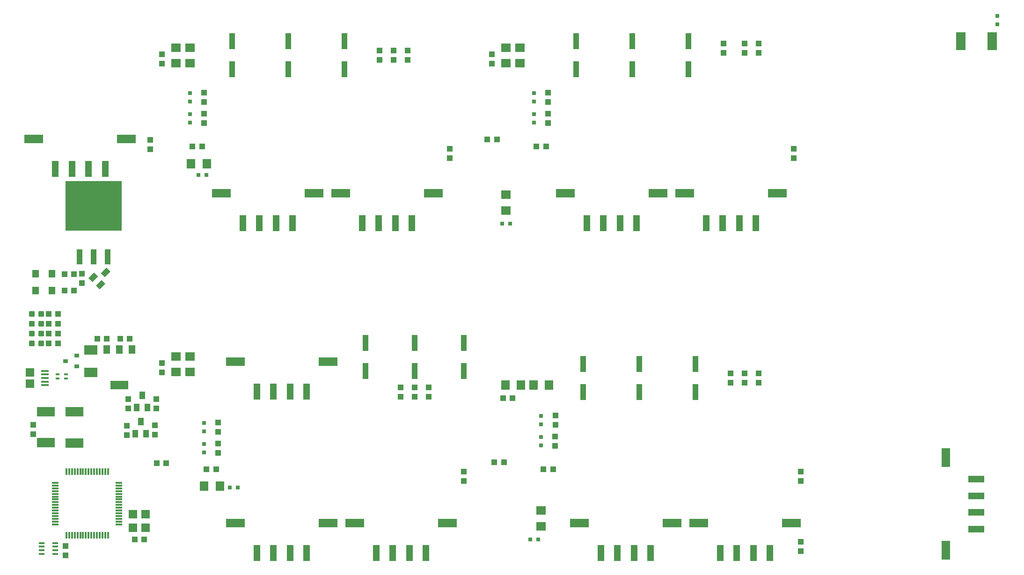
<source format=gtp>
G75*
%MOIN*%
%OFA0B0*%
%FSLAX25Y25*%
%IPPOS*%
%LPD*%
%AMOC8*
5,1,8,0,0,1.08239X$1,22.5*
%
%ADD10R,0.03150X0.03150*%
%ADD11R,0.03937X0.04331*%
%ADD12R,0.04331X0.03937*%
%ADD13R,0.07098X0.06299*%
%ADD14R,0.05906X0.06299*%
%ADD15R,0.12598X0.07087*%
%ADD16R,0.01181X0.04724*%
%ADD17R,0.04724X0.01181*%
%ADD18C,0.01181*%
%ADD19R,0.03937X0.01772*%
%ADD20R,0.03937X0.05512*%
%ADD21R,0.07087X0.06299*%
%ADD22R,0.04300X0.11400*%
%ADD23R,0.07087X0.12598*%
%ADD24R,0.04724X0.05512*%
%ADD25R,0.04000X0.10600*%
%ADD26R,0.40000X0.35200*%
%ADD27R,0.06299X0.07098*%
%ADD28R,0.06299X0.07087*%
%ADD29R,0.06102X0.05906*%
%ADD30R,0.05315X0.01575*%
%ADD31R,0.02756X0.01772*%
%ADD32R,0.03500X0.03100*%
%ADD33R,0.09449X0.07087*%
%ADD34R,0.04724X0.06299*%
%ADD35R,0.12992X0.06299*%
%ADD36R,0.13504X0.06496*%
%ADD37R,0.05000X0.11496*%
%ADD38R,0.06496X0.13504*%
%ADD39R,0.11496X0.05000*%
D10*
X0153047Y0060584D03*
X0158953Y0060584D03*
X0135000Y0085532D03*
X0135000Y0091437D03*
X0135000Y0100532D03*
X0135000Y0106437D03*
X0367047Y0023484D03*
X0372953Y0023484D03*
X0375000Y0090532D03*
X0375000Y0096437D03*
X0375000Y0105532D03*
X0375000Y0111437D03*
X0352953Y0248484D03*
X0347047Y0248484D03*
X0370000Y0320532D03*
X0370000Y0326437D03*
X0370000Y0335532D03*
X0370000Y0341437D03*
X0136580Y0283046D03*
X0130674Y0283046D03*
X0125000Y0320532D03*
X0125000Y0326437D03*
X0125000Y0335532D03*
X0125000Y0341437D03*
X0700000Y0390532D03*
X0700000Y0396437D03*
D11*
X0530000Y0376831D03*
X0530000Y0370138D03*
X0520000Y0370138D03*
X0520000Y0376831D03*
X0505000Y0376831D03*
X0505000Y0370138D03*
X0378346Y0303484D03*
X0371654Y0303484D03*
X0343346Y0308484D03*
X0336654Y0308484D03*
X0340000Y0362638D03*
X0340000Y0369331D03*
X0280000Y0371831D03*
X0280000Y0365138D03*
X0270000Y0365138D03*
X0270000Y0371831D03*
X0260000Y0371831D03*
X0260000Y0365138D03*
X0133346Y0303484D03*
X0126654Y0303484D03*
X0105000Y0362638D03*
X0105000Y0369331D03*
X0048000Y0212731D03*
X0042246Y0212684D03*
X0035554Y0212684D03*
X0048000Y0206038D03*
X0042146Y0200984D03*
X0035454Y0200984D03*
X0030846Y0184184D03*
X0024154Y0184184D03*
X0024154Y0177184D03*
X0030846Y0177184D03*
X0030846Y0170184D03*
X0024154Y0170184D03*
X0024154Y0163184D03*
X0030846Y0163184D03*
X0105000Y0149331D03*
X0105000Y0142638D03*
X0013300Y0105131D03*
X0013300Y0098438D03*
X0101254Y0077884D03*
X0107946Y0077884D03*
X0136654Y0073484D03*
X0143346Y0073484D03*
X0275000Y0125138D03*
X0275000Y0131831D03*
X0285000Y0131831D03*
X0295000Y0131831D03*
X0295000Y0125138D03*
X0285000Y0125138D03*
X0341654Y0078484D03*
X0348346Y0078484D03*
X0376654Y0073484D03*
X0383346Y0073484D03*
X0510000Y0135138D03*
X0510000Y0141831D03*
X0520000Y0141831D03*
X0520000Y0135138D03*
X0530000Y0135138D03*
X0530000Y0141831D03*
D12*
X0560000Y0071831D03*
X0560000Y0065138D03*
X0560000Y0021831D03*
X0560000Y0015138D03*
X0385000Y0090138D03*
X0385000Y0096831D03*
X0385200Y0105138D03*
X0385200Y0111831D03*
X0354546Y0124184D03*
X0347854Y0124184D03*
X0320000Y0071831D03*
X0320000Y0065138D03*
X0145000Y0085138D03*
X0145000Y0091831D03*
X0145000Y0100138D03*
X0145000Y0106831D03*
X0099700Y0104731D03*
X0099700Y0098038D03*
X0080000Y0097938D03*
X0080000Y0104631D03*
X0080800Y0116938D03*
X0080800Y0123631D03*
X0100700Y0123531D03*
X0100700Y0116838D03*
X0081846Y0166584D03*
X0075154Y0166584D03*
X0065446Y0166384D03*
X0058754Y0166384D03*
X0096600Y0301538D03*
X0096600Y0308231D03*
X0135000Y0320138D03*
X0135000Y0326831D03*
X0135000Y0335138D03*
X0135000Y0341831D03*
X0310000Y0301831D03*
X0310000Y0295138D03*
X0380000Y0320138D03*
X0380000Y0326831D03*
X0380000Y0335138D03*
X0380000Y0341831D03*
X0555000Y0301831D03*
X0555000Y0295138D03*
X0092246Y0023384D03*
X0085554Y0023384D03*
X0036100Y0018731D03*
X0036100Y0012038D03*
D13*
X0375000Y0032886D03*
X0375000Y0044083D03*
X0350000Y0257886D03*
X0350000Y0269083D03*
D14*
X0093128Y0041606D03*
X0084072Y0041606D03*
X0084072Y0031763D03*
X0093128Y0031763D03*
D15*
X0042500Y0092361D03*
X0022300Y0092461D03*
X0022300Y0114508D03*
X0042500Y0114408D03*
D16*
X0042742Y0071722D03*
X0044710Y0071722D03*
X0046679Y0071722D03*
X0048647Y0071722D03*
X0050616Y0071722D03*
X0052584Y0071722D03*
X0054553Y0071722D03*
X0056521Y0071722D03*
X0058490Y0071722D03*
X0060458Y0071722D03*
X0062427Y0071722D03*
X0064395Y0071722D03*
X0066364Y0071722D03*
X0040773Y0071722D03*
X0038805Y0071722D03*
X0036836Y0071722D03*
X0036836Y0026447D03*
X0038805Y0026447D03*
X0040773Y0026447D03*
X0042742Y0026447D03*
X0044710Y0026447D03*
X0046679Y0026447D03*
X0048647Y0026447D03*
X0050616Y0026447D03*
X0052584Y0026447D03*
X0054553Y0026447D03*
X0056521Y0026447D03*
X0058490Y0026447D03*
X0060458Y0026447D03*
X0062427Y0026447D03*
X0064395Y0026447D03*
X0066364Y0026447D03*
D17*
X0074238Y0034321D03*
X0074238Y0036289D03*
X0074238Y0038258D03*
X0074238Y0040226D03*
X0074238Y0042195D03*
X0074238Y0044163D03*
X0074238Y0046132D03*
X0074238Y0048100D03*
X0074238Y0050069D03*
X0074238Y0052037D03*
X0074238Y0054006D03*
X0074238Y0055974D03*
X0074238Y0057943D03*
X0074238Y0059911D03*
X0074238Y0061880D03*
X0074238Y0063848D03*
X0028962Y0063848D03*
X0028962Y0061880D03*
X0028962Y0059911D03*
X0028962Y0057943D03*
X0028962Y0055974D03*
X0028962Y0054006D03*
X0028962Y0052037D03*
X0028962Y0050069D03*
X0028962Y0048100D03*
X0028962Y0046132D03*
X0028962Y0044163D03*
X0028962Y0042195D03*
X0028962Y0040226D03*
X0028962Y0038258D03*
X0028962Y0036289D03*
X0028962Y0034321D03*
D18*
X0020331Y0161806D02*
X0020331Y0164562D01*
X0020331Y0161806D02*
X0017575Y0161806D01*
X0017575Y0164562D01*
X0020331Y0164562D01*
X0020331Y0162986D02*
X0017575Y0162986D01*
X0017575Y0164166D02*
X0020331Y0164166D01*
X0020331Y0168806D02*
X0020331Y0171562D01*
X0020331Y0168806D02*
X0017575Y0168806D01*
X0017575Y0171562D01*
X0020331Y0171562D01*
X0020331Y0169986D02*
X0017575Y0169986D01*
X0017575Y0171166D02*
X0020331Y0171166D01*
X0020331Y0175806D02*
X0020331Y0178562D01*
X0020331Y0175806D02*
X0017575Y0175806D01*
X0017575Y0178562D01*
X0020331Y0178562D01*
X0020331Y0176986D02*
X0017575Y0176986D01*
X0017575Y0178166D02*
X0020331Y0178166D01*
X0013425Y0178562D02*
X0013425Y0175806D01*
X0010669Y0175806D01*
X0010669Y0178562D01*
X0013425Y0178562D01*
X0013425Y0176986D02*
X0010669Y0176986D01*
X0010669Y0178166D02*
X0013425Y0178166D01*
X0013425Y0182806D02*
X0013425Y0185562D01*
X0013425Y0182806D02*
X0010669Y0182806D01*
X0010669Y0185562D01*
X0013425Y0185562D01*
X0013425Y0183986D02*
X0010669Y0183986D01*
X0010669Y0185166D02*
X0013425Y0185166D01*
X0020331Y0185562D02*
X0020331Y0182806D01*
X0017575Y0182806D01*
X0017575Y0185562D01*
X0020331Y0185562D01*
X0020331Y0183986D02*
X0017575Y0183986D01*
X0017575Y0185166D02*
X0020331Y0185166D01*
X0013425Y0171562D02*
X0013425Y0168806D01*
X0010669Y0168806D01*
X0010669Y0171562D01*
X0013425Y0171562D01*
X0013425Y0169986D02*
X0010669Y0169986D01*
X0010669Y0171166D02*
X0013425Y0171166D01*
X0013425Y0164562D02*
X0013425Y0161806D01*
X0010669Y0161806D01*
X0010669Y0164562D01*
X0013425Y0164562D01*
X0013425Y0162986D02*
X0010669Y0162986D01*
X0010669Y0164166D02*
X0013425Y0164166D01*
D19*
X0019277Y0013346D03*
X0019277Y0015905D03*
X0019277Y0018464D03*
X0019277Y0021023D03*
X0028923Y0021023D03*
X0028923Y0018464D03*
X0028923Y0015905D03*
X0028923Y0013346D03*
D20*
X0085960Y0098754D03*
X0093440Y0098754D03*
X0089700Y0107415D03*
X0086960Y0117654D03*
X0094440Y0117654D03*
X0090700Y0126315D03*
G36*
X0060625Y0201737D02*
X0057842Y0204520D01*
X0061739Y0208417D01*
X0064522Y0205634D01*
X0060625Y0201737D01*
G37*
G36*
X0055336Y0207027D02*
X0052553Y0209810D01*
X0056450Y0213707D01*
X0059233Y0210924D01*
X0055336Y0207027D01*
G37*
G36*
X0064105Y0210507D02*
X0061322Y0213290D01*
X0065219Y0217187D01*
X0068002Y0214404D01*
X0064105Y0210507D01*
G37*
D21*
X0115000Y0153996D03*
X0125000Y0153996D03*
X0125000Y0142973D03*
X0115000Y0142973D03*
X0115000Y0362973D03*
X0125000Y0362973D03*
X0125000Y0373996D03*
X0115000Y0373996D03*
X0350000Y0373996D03*
X0360000Y0373996D03*
X0360000Y0362973D03*
X0350000Y0362973D03*
D22*
X0400000Y0358484D03*
X0400000Y0378484D03*
X0440000Y0378484D03*
X0440000Y0358484D03*
X0480000Y0358484D03*
X0480000Y0378484D03*
X0235000Y0378484D03*
X0235000Y0358484D03*
X0195000Y0358484D03*
X0195000Y0378484D03*
X0155000Y0378484D03*
X0155000Y0358484D03*
X0250000Y0163484D03*
X0250000Y0143484D03*
X0285000Y0143484D03*
X0285000Y0163484D03*
X0320000Y0163484D03*
X0320000Y0143484D03*
X0405000Y0148484D03*
X0405000Y0128484D03*
X0445000Y0128484D03*
X0445000Y0148484D03*
X0485000Y0148484D03*
X0485000Y0128484D03*
D23*
X0673976Y0378484D03*
X0696024Y0378484D03*
D24*
X0026606Y0212784D03*
X0014794Y0212784D03*
X0014794Y0200984D03*
X0026606Y0200984D03*
D25*
X0046100Y0224884D03*
X0056100Y0224884D03*
X0066100Y0224884D03*
D26*
X0056100Y0261084D03*
D27*
X0125643Y0291171D03*
X0136840Y0291171D03*
X0134902Y0061684D03*
X0146098Y0061684D03*
D28*
X0349488Y0133484D03*
X0360512Y0133484D03*
X0369488Y0133484D03*
X0380512Y0133484D03*
D29*
X0010709Y0134547D03*
X0010709Y0142421D03*
D30*
X0021339Y0143602D03*
X0021339Y0141043D03*
X0021339Y0138484D03*
X0021339Y0135925D03*
X0021339Y0133366D03*
D31*
X0030349Y0138110D03*
X0030349Y0141259D03*
X0036451Y0141259D03*
X0036451Y0138110D03*
D32*
X0044100Y0146884D03*
X0036100Y0150684D03*
X0044100Y0154484D03*
D33*
X0054100Y0158557D03*
X0054100Y0142612D03*
D34*
X0065445Y0158783D03*
X0074500Y0158783D03*
X0083555Y0158783D03*
D35*
X0074500Y0133586D03*
D36*
X0157224Y0150236D03*
X0223248Y0150236D03*
X0223248Y0035236D03*
X0242224Y0035236D03*
X0308248Y0035236D03*
X0402224Y0035236D03*
X0468248Y0035236D03*
X0487224Y0035236D03*
X0553248Y0035236D03*
X0157224Y0035236D03*
X0147224Y0270236D03*
X0213248Y0270236D03*
X0232224Y0270236D03*
X0298248Y0270236D03*
X0392224Y0270236D03*
X0458248Y0270236D03*
X0477224Y0270236D03*
X0543248Y0270236D03*
X0079648Y0308936D03*
X0013624Y0308936D03*
D37*
X0028920Y0287401D03*
X0040731Y0287401D03*
X0052542Y0287401D03*
X0064353Y0287401D03*
X0162520Y0248701D03*
X0174331Y0248701D03*
X0186142Y0248701D03*
X0197953Y0248701D03*
X0247520Y0248701D03*
X0259331Y0248701D03*
X0271142Y0248701D03*
X0282953Y0248701D03*
X0407520Y0248701D03*
X0419331Y0248701D03*
X0431142Y0248701D03*
X0442953Y0248701D03*
X0492520Y0248701D03*
X0504331Y0248701D03*
X0516142Y0248701D03*
X0527953Y0248701D03*
X0207953Y0128701D03*
X0196142Y0128701D03*
X0184331Y0128701D03*
X0172520Y0128701D03*
X0172520Y0013701D03*
X0184331Y0013701D03*
X0196142Y0013701D03*
X0207953Y0013701D03*
X0257520Y0013701D03*
X0269331Y0013701D03*
X0281142Y0013701D03*
X0292953Y0013701D03*
X0417520Y0013701D03*
X0429331Y0013701D03*
X0441142Y0013701D03*
X0452953Y0013701D03*
X0502520Y0013701D03*
X0514331Y0013701D03*
X0526142Y0013701D03*
X0537953Y0013701D03*
D38*
X0663248Y0015709D03*
X0663248Y0081732D03*
D39*
X0684783Y0066437D03*
X0684783Y0054626D03*
X0684783Y0042815D03*
X0684783Y0031004D03*
M02*

</source>
